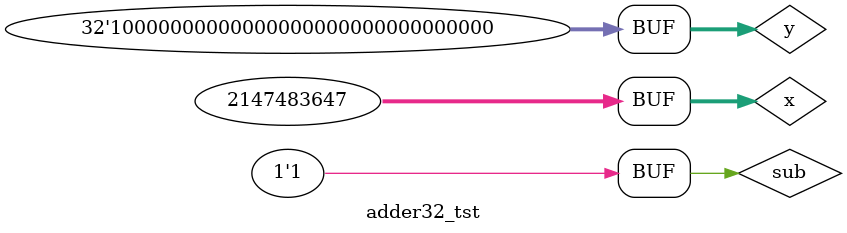
<source format=v>
`timescale 1ns / 1ps


module adder32_tst();
//output
wire [31:0] f;
wire OF,SF,ZF,CF,cout;
//input
reg[31:0] x,y;
reg sub=0;
Adder32 adder_inst(f,OF,SF,ZF,CF,cout,x,y,sub);
initial begin
#10 begin x=32'h7fffffff; y=32'h80000002; sub=0; end
#100 begin x=32'h7fffffff; y=32'h80000002; sub=1; end
#100 begin x=32'h80000002; y=32'h7fffffff; sub=0; end
#100 begin x=32'h80000002; y=32'h7fffffff; sub=1; end
#100 begin x=32'hffffffff; y=32'h1; sub=0; end
#100 begin x=32'hffffffff; y=32'h1; sub=1; end
#100 begin x=32'h80000000; y=32'h7fffffff; sub=0; end
#100 begin x=32'h80000000; y=32'h7fffffff; sub=1; end
#100 begin x=32'h7fffffff; y=32'h80000000; sub=0; end
#100 begin x=32'h7fffffff; y=32'h80000000; sub=1; end
end
endmodule

</source>
